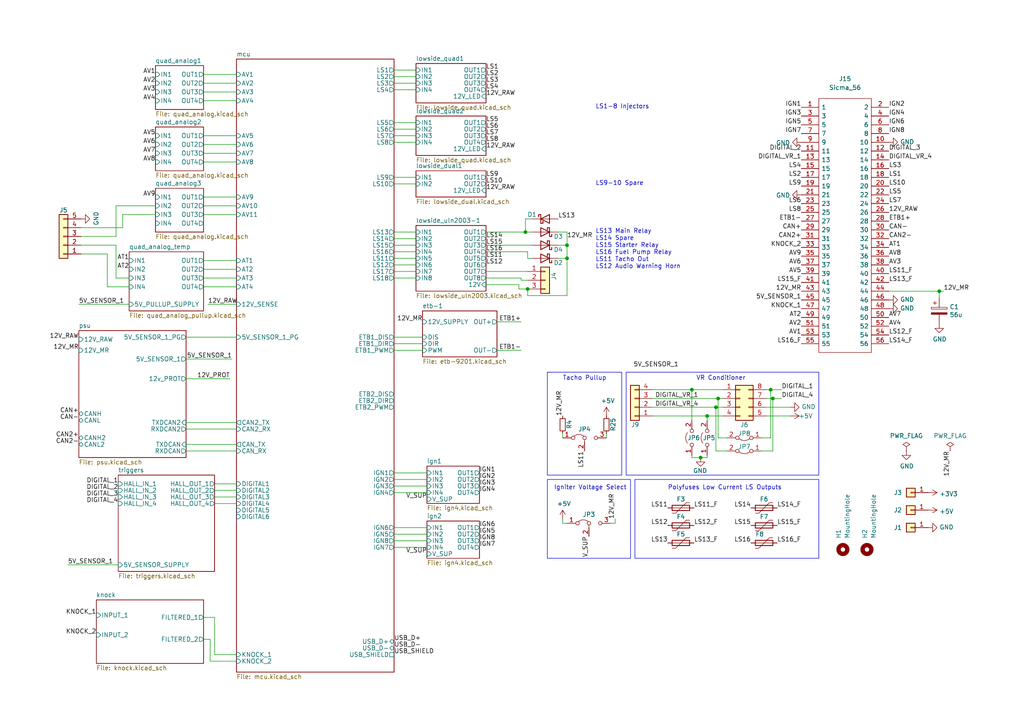
<source format=kicad_sch>
(kicad_sch (version 20230121) (generator eeschema)
  (paper "A4")
  (title_block (title "rusEfi Proteus") (date "2022-04-09") (rev "v0.7") (company "rusEFI") (comment 1 "github.com/mck1117/proteus") (comment 2 "rusefi.com/s/proteus"))
  (lib_symbols
    (symbol "Connector_Generic:Conn_01x01" (pin_names (offset 1.016) hide)
      (property "Reference" "J" (at 0 2.54 0))
      (property "Value" "Conn_01x01" (at 0 -2.54 0))
      (symbol "Conn_01x01_1_1"
        (rectangle (start -1.27 0.127) (end 0 -0.127) (stroke (width 0.1524)))
        (rectangle (start -1.27 1.27) (end 1.27 -1.27) (stroke (width 0.254)) (fill (type background)))
        (pin passive line (at -5.08 0 0) (length 3.81) (name "Pin_1") (number "1"))
      )
    )
    (symbol "Connector_Generic:Conn_01x03" (pin_names (offset 1.016) hide)
      (property "Reference" "J" (at 0 5.08 0))
      (property "Value" "Conn_01x03" (at 0 -5.08 0))
      (symbol "Conn_01x03_1_1"
        (rectangle (start -1.27 -2.413) (end 0 -2.667) (stroke (width 0.1524)))
        (rectangle (start -1.27 0.127) (end 0 -0.127) (stroke (width 0.1524)))
        (rectangle (start -1.27 2.667) (end 0 2.413) (stroke (width 0.1524)))
        (rectangle (start -1.27 3.81) (end 1.27 -3.81) (stroke (width 0.254)) (fill (type background)))
        (pin passive line (at -5.08 2.54 0) (length 3.81) (name "Pin_1") (number "1"))
        (pin passive line (at -5.08 0 0) (length 3.81) (name "Pin_2") (number "2"))
        (pin passive line (at -5.08 -2.54 0) (length 3.81) (name "Pin_3") (number "3"))
      )
    )
    (symbol "Connector_Generic:Conn_01x04" (pin_names (offset 1.016) hide)
      (property "Reference" "J" (at 0 5.08 0))
      (property "Value" "Conn_01x04" (at 0 -7.62 0))
      (symbol "Conn_01x04_1_1"
        (rectangle (start -1.27 -4.953) (end 0 -5.207) (stroke (width 0.1524)))
        (rectangle (start -1.27 -2.413) (end 0 -2.667) (stroke (width 0.1524)))
        (rectangle (start -1.27 0.127) (end 0 -0.127) (stroke (width 0.1524)))
        (rectangle (start -1.27 2.667) (end 0 2.413) (stroke (width 0.1524)))
        (rectangle (start -1.27 3.81) (end 1.27 -6.35) (stroke (width 0.254)) (fill (type background)))
        (pin passive line (at -5.08 2.54 0) (length 3.81) (name "Pin_1") (number "1"))
        (pin passive line (at -5.08 0 0) (length 3.81) (name "Pin_2") (number "2"))
        (pin passive line (at -5.08 -2.54 0) (length 3.81) (name "Pin_3") (number "3"))
        (pin passive line (at -5.08 -5.08 0) (length 3.81) (name "Pin_4") (number "4"))
      )
    )
    (symbol "Connector_Generic:Conn_01x05" (pin_names (offset 1.016) hide)
      (property "Reference" "J" (at 0 7.62 0))
      (property "Value" "Conn_01x05" (at 0 -7.62 0))
      (symbol "Conn_01x05_1_1"
        (rectangle (start -1.27 -4.953) (end 0 -5.207) (stroke (width 0.1524)))
        (rectangle (start -1.27 -2.413) (end 0 -2.667) (stroke (width 0.1524)))
        (rectangle (start -1.27 0.127) (end 0 -0.127) (stroke (width 0.1524)))
        (rectangle (start -1.27 2.667) (end 0 2.413) (stroke (width 0.1524)))
        (rectangle (start -1.27 5.207) (end 0 4.953) (stroke (width 0.1524)))
        (rectangle (start -1.27 6.35) (end 1.27 -6.35) (stroke (width 0.254)) (fill (type background)))
        (pin passive line (at -5.08 5.08 0) (length 3.81) (name "Pin_1") (number "1"))
        (pin passive line (at -5.08 2.54 0) (length 3.81) (name "Pin_2") (number "2"))
        (pin passive line (at -5.08 0 0) (length 3.81) (name "Pin_3") (number "3"))
        (pin passive line (at -5.08 -2.54 0) (length 3.81) (name "Pin_4") (number "4"))
        (pin passive line (at -5.08 -5.08 0) (length 3.81) (name "Pin_5") (number "5"))
      )
    )
    (symbol "Connector_Generic:Conn_02x04_Counter_Clockwise" (pin_names (offset 1.016) hide)
      (property "Reference" "J" (at 1.27 5.08 0))
      (property "Value" "Conn_02x04_Counter_Clockwise" (at 1.27 -7.62 0))
      (symbol "Conn_02x04_Counter_Clockwise_1_1"
        (rectangle (start -1.27 -4.953) (end 0 -5.207) (stroke (width 0.1524)))
        (rectangle (start -1.27 -2.413) (end 0 -2.667) (stroke (width 0.1524)))
        (rectangle (start -1.27 0.127) (end 0 -0.127) (stroke (width 0.1524)))
        (rectangle (start -1.27 2.667) (end 0 2.413) (stroke (width 0.1524)))
        (rectangle (start -1.27 3.81) (end 3.81 -6.35) (stroke (width 0.254)) (fill (type background)))
        (rectangle (start 3.81 -4.953) (end 2.54 -5.207) (stroke (width 0.1524)))
        (rectangle (start 3.81 -2.413) (end 2.54 -2.667) (stroke (width 0.1524)))
        (rectangle (start 3.81 0.127) (end 2.54 -0.127) (stroke (width 0.1524)))
        (rectangle (start 3.81 2.667) (end 2.54 2.413) (stroke (width 0.1524)))
        (pin passive line (at -5.08 2.54 0) (length 3.81) (name "Pin_1") (number "1"))
        (pin passive line (at -5.08 0 0) (length 3.81) (name "Pin_2") (number "2"))
        (pin passive line (at -5.08 -2.54 0) (length 3.81) (name "Pin_3") (number "3"))
        (pin passive line (at -5.08 -5.08 0) (length 3.81) (name "Pin_4") (number "4"))
        (pin passive line (at 7.62 -5.08 180) (length 3.81) (name "Pin_5") (number "5"))
        (pin passive line (at 7.62 -2.54 180) (length 3.81) (name "Pin_6") (number "6"))
        (pin passive line (at 7.62 0 180) (length 3.81) (name "Pin_7") (number "7"))
        (pin passive line (at 7.62 2.54 180) (length 3.81) (name "Pin_8") (number "8"))
      )
    )
    (symbol "Device:D_Schottky" (pin_numbers hide) (pin_names (offset 1.016) hide)
      (property "Reference" "D" (at 0 2.54 0))
      (property "Value" "D_Schottky" (at 0 -2.54 0))
      (symbol "D_Schottky_0_1"
        (polyline (pts (xy 1.27 0) (xy -1.27 0)))
        (polyline (pts (xy 1.27 1.27) (xy 1.27 -1.27) (xy -1.27 0) (xy 1.27 1.27)) (stroke (width 0.254)))
        (polyline (pts (xy -1.905 0.635) (xy -1.905 1.27) (xy -1.27 1.27) (xy -1.27 -1.27) (xy -0.635 -1.27) (xy -0.635 -0.635)) (stroke (width 0.254)))
      )
      (symbol "D_Schottky_1_1"
        (pin passive line (at -3.81 0 0) (length 2.54) (name "K") (number "1"))
        (pin passive line (at 3.81 0 180) (length 2.54) (name "A") (number "2"))
      )
    )
    (symbol "Device:Polyfuse" (pin_numbers hide) (pin_names (offset 0))
      (property "Reference" "F" (at -2.54 0 90))
      (property "Value" "Polyfuse" (at 2.54 0 90))
      (symbol "Polyfuse_0_1"
        (rectangle (start -0.762 2.54) (end 0.762 -2.54) (stroke (width 0.254)))
        (polyline (pts (xy 0 2.54) (xy 0 -2.54)))
        (polyline (pts (xy -1.524 2.54) (xy -1.524 1.524) (xy 1.524 -1.524) (xy 1.524 -2.54)))
      )
      (symbol "Polyfuse_1_1"
        (pin passive line (at 0 3.81 270) (length 1.27) (name "~") (number "1"))
        (pin passive line (at 0 -3.81 90) (length 1.27) (name "~") (number "2"))
      )
    )
    (symbol "Device:R_Small" (pin_numbers hide) (pin_names (offset 0.254) hide)
      (property "Reference" "R" (at 0.762 0.508 0))
      (property "Value" "R_Small" (at 0.762 -1.016 0))
      (symbol "R_Small_0_1"
        (rectangle (start -0.762 1.778) (end 0.762 -1.778) (stroke (width 0.2032)))
      )
      (symbol "R_Small_1_1"
        (pin passive line (at 0 2.54 270) (length 0.762) (name "~") (number "1"))
        (pin passive line (at 0 -2.54 90) (length 0.762) (name "~") (number "2"))
      )
    )
    (symbol "Jumper:Jumper_2_Bridged" (pin_names (offset 0) hide)
      (property "Reference" "JP" (at 0 1.905 0))
      (property "Value" "Jumper_2_Bridged" (at 0 -2.54 0))
      (symbol "Jumper_2_Bridged_0_0"
        (circle (center -2.032 0) (radius 0.508))
        (circle (center 2.032 0) (radius 0.508))
      )
      (symbol "Jumper_2_Bridged_0_1"
        (arc (start 1.524 0.254) (mid 0 0.762) (end -1.524 0.254))
      )
      (symbol "Jumper_2_Bridged_1_1"
        (pin passive line (at -5.08 0 0) (length 2.54) (name "A") (number "1"))
        (pin passive line (at 5.08 0 180) (length 2.54) (name "B") (number "2"))
      )
    )
    (symbol "Jumper:Jumper_2_Open" (pin_names (offset 0) hide)
      (property "Reference" "JP" (at 0 2.794 0))
      (property "Value" "Jumper_2_Open" (at 0 -2.286 0))
      (symbol "Jumper_2_Open_0_0"
        (circle (center -2.032 0) (radius 0.508))
        (circle (center 2.032 0) (radius 0.508))
      )
      (symbol "Jumper_2_Open_0_1"
        (arc (start 1.524 1.27) (mid 0 1.778) (end -1.524 1.27))
      )
      (symbol "Jumper_2_Open_1_1"
        (pin passive line (at -5.08 0 0) (length 2.54) (name "A") (number "1"))
        (pin passive line (at 5.08 0 180) (length 2.54) (name "B") (number "2"))
      )
    )
    (symbol "Jumper:Jumper_3_Bridged12" (pin_names (offset 0) hide)
      (property "Reference" "JP" (at -2.54 -2.54 0))
      (property "Value" "Jumper_3_Bridged12" (at 0 2.794 0))
      (symbol "Jumper_3_Bridged12_0_0"
        (circle (center -3.302 0) (radius 0.508))
        (circle (center 0 0) (radius 0.508))
        (circle (center 3.302 0) (radius 0.508))
      )
      (symbol "Jumper_3_Bridged12_0_1"
        (arc (start -0.254 0.508) (mid -1.651 0.9912) (end -3.048 0.508))
        (polyline (pts (xy 0 -1.27) (xy 0 -0.508)))
      )
      (symbol "Jumper_3_Bridged12_1_1"
        (pin passive line (at -6.35 0 0) (length 2.54) (name "A") (number "1"))
        (pin passive line (at 0 -3.81 90) (length 2.54) (name "C") (number "2"))
        (pin passive line (at 6.35 0 180) (length 2.54) (name "B") (number "3"))
      )
    )
    (symbol "Mechanical:MountingHole" (pin_names (offset 1.016))
      (property "Reference" "H" (at 0 5.08 0))
      (property "Value" "MountingHole" (at 0 3.175 0))
      (symbol "MountingHole_0_1"
        (circle (center 0 0) (radius 1.27) (stroke (width 1.27)))
      )
    )
    (symbol "connector:Sicma_56" (pin_names (offset 0.762))
      (property "Reference" "J" (at 21.59 7.62 0))
      (property "Value" "Sicma_56" (at 21.59 5.08 0))
      (symbol "Sicma_56_0_0"
        (pin bidirectional line (at 0 0 0) (length 5.08) (name "1") (number "1"))
        (pin bidirectional line (at 25.4 -10.16 180) (length 5.08) (name "10") (number "10"))
        (pin bidirectional line (at 0 -12.7 0) (length 5.08) (name "11") (number "11"))
        (pin bidirectional line (at 25.4 -12.7 180) (length 5.08) (name "12") (number "12"))
        (pin bidirectional line (at 0 -15.24 0) (length 5.08) (name "13") (number "13"))
        (pin bidirectional line (at 25.4 -15.24 180) (length 5.08) (name "14") (number "14"))
        (pin bidirectional line (at 0 -17.78 0) (length 5.08) (name "15") (number "15"))
        (pin bidirectional line (at 25.4 -17.78 180) (length 5.08) (name "16") (number "16"))
        (pin bidirectional line (at 0 -20.32 0) (length 5.08) (name "17") (number "17"))
        (pin bidirectional line (at 25.4 -20.32 180) (length 5.08) (name "18") (number "18"))
        (pin bidirectional line (at 0 -22.86 0) (length 5.08) (name "19") (number "19"))
        (pin bidirectional line (at 25.4 0 180) (length 5.08) (name "2") (number "2"))
        (pin bidirectional line (at 25.4 -22.86 180) (length 5.08) (name "20") (number "20"))
        (pin bidirectional line (at 0 -25.4 0) (length 5.08) (name "21") (number "21"))
        (pin bidirectional line (at 25.4 -25.4 180) (length 5.08) (name "22") (number "22"))
        (pin bidirectional line (at 0 -27.94 0) (length 5.08) (name "23") (number "23"))
        (pin bidirectional line (at 25.4 -27.94 180) (length 5.08) (name "24") (number "24"))
        (pin bidirectional line (at 0 -30.48 0) (length 5.08) (name "25") (number "25"))
        (pin bidirectional line (at 25.4 -30.48 180) (length 5.08) (name "26") (number "26"))
        (pin bidirectional line (at 0 -33.02 0) (length 5.08) (name "27") (number "27"))
        (pin bidirectional line (at 25.4 -33.02 180) (length 5.08) (name "28") (number "28"))
        (pin bidirectional line (at 0 -35.56 0) (length 5.08) (name "29") (number "29"))
        (pin bidirectional line (at 0 -2.54 0) (length 5.08) (name "3") (number "3"))
        (pin bidirectional line (at 25.4 -35.56 180) (length 5.08) (name "30") (number "30"))
        (pin bidirectional line (at 0 -38.1 0) (length 5.08) (name "31") (number "31"))
        (pin bidirectional line (at 25.4 -38.1 180) (length 5.08) (name "32") (number "32"))
        (pin bidirectional line (at 0 -40.64 0) (length 5.08) (name "33") (number "33"))
        (pin bidirectional line (at 25.4 -40.64 180) (length 5.08) (name "34") (number "34"))
        (pin bidirectional line (at 0 -43.18 0) (length 5.08) (name "35") (number "35"))
        (pin bidirectional line (at 25.4 -43.18 180) (length 5.08) (name "36") (number "36"))
        (pin bidirectional line (at 0 -45.72 0) (length 5.08) (name "37") (number "37"))
        (pin bidirectional line (at 25.4 -45.72 180) (length 5.08) (name "38") (number "38"))
        (pin bidirectional line (at 0 -48.26 0) (length 5.08) (name "39") (number "39"))
        (pin bidirectional line (at 25.4 -2.54 180) (length 5.08) (name "4") (number "4"))
        (pin bidirectional line (at 25.4 -48.26 180) (length 5.08) (name "40") (number "40"))
        (pin bidirectional line (at 0 -50.8 0) (length 5.08) (name "41") (number "41"))
        (pin bidirectional line (at 25.4 -50.8 180) (length 5.08) (name "42") (number "42"))
        (pin bidirectional line (at 0 -53.34 0) (length 5.08) (name "43") (number "43"))
        (pin bidirectional line (at 25.4 -53.34 180) (length 5.08) (name "44") (number "44"))
        (pin bidirectional line (at 0 -55.88 0) (length 5.08) (name "45") (number "45"))
        (pin bidirectional line (at 25.4 -55.88 180) (length 5.08) (name "46") (number "46"))
        (pin bidirectional line (at 0 -58.42 0) (length 5.08) (name "47") (number "47"))
        (pin bidirectional line (at 25.4 -58.42 180) (length 5.08) (name "48") (number "48"))
        (pin bidirectional line (at 0 -60.96 0) (length 5.08) (name "49") (number "49"))
        (pin bidirectional line (at 0 -5.08 0) (length 5.08) (name "5") (number "5"))
        (pin bidirectional line (at 25.4 -60.96 180) (length 5.08) (name "50") (number "50"))
        (pin bidirectional line (at 0 -63.5 0) (length 5.08) (name "51") (number "51"))
        (pin bidirectional line (at 25.4 -63.5 180) (length 5.08) (name "52") (number "52"))
        (pin bidirectional line (at 0 -66.04 0) (length 5.08) (name "53") (number "53"))
        (pin bidirectional line (at 25.4 -66.04 180) (length 5.08) (name "54") (number "54"))
        (pin bidirectional line (at 0 -68.58 0) (length 5.08) (name "55") (number "55"))
        (pin bidirectional line (at 25.4 -68.58 180) (length 5.08) (name "56") (number "56"))
        (pin bidirectional line (at 25.4 -5.08 180) (length 5.08) (name "6") (number "6"))
        (pin bidirectional line (at 0 -7.62 0) (length 5.08) (name "7") (number "7"))
        (pin bidirectional line (at 25.4 -7.62 180) (length 5.08) (name "8") (number "8"))
        (pin bidirectional line (at 0 -10.16 0) (length 5.08) (name "9") (number "9"))
      )
      (symbol "Sicma_56_0_1"
        (polyline (pts (xy 5.08 2.54) (xy 20.32 2.54) (xy 20.32 -71.12) (xy 5.08 -71.12) (xy 5.08 2.54)) (stroke (width 0.1524)))
      )
    )
    (symbol "power:+5V" (power) (pin_names (offset 0))
      (property "Value" "+5V" (at 0 3.556 0))
      (symbol "+5V_0_1"
        (polyline (pts (xy -0.762 1.27) (xy 0 2.54)))
        (polyline (pts (xy 0 0) (xy 0 2.54)))
        (polyline (pts (xy 0 2.54) (xy 0.762 1.27)))
      )
      (symbol "+5V_1_1"
        (pin power_in line (at 0 0 90) (length 0) hide (name "+5V") (number "1"))
      )
    )
    (symbol "power:GND" (power) (pin_names (offset 0))
      (property "Value" "GND" (at 0 -3.81 0))
      (symbol "GND_0_1"
        (polyline (pts (xy 0 0) (xy 0 -1.27) (xy 1.27 -1.27) (xy 0 -2.54) (xy -1.27 -1.27) (xy 0 -1.27)))
      )
      (symbol "GND_1_1"
        (pin power_in line (at 0 0 270) (length 0) hide (name "GND") (number "1"))
      )
    )
    (symbol "power:PWR_FLAG" (power) (pin_numbers hide) (pin_names (offset 0) hide)
      (property "Value" "PWR_FLAG" (at 0 3.81 0))
      (symbol "PWR_FLAG_0_0"
        (pin power_out line (at 0 0 90) (length 0) (name "pwr") (number "1"))
      )
      (symbol "PWR_FLAG_0_1"
        (polyline (pts (xy 0 0) (xy 0 1.27) (xy -1.016 1.905) (xy 0 2.54) (xy 1.016 1.905) (xy 0 1.27)))
      )
    )
    (symbol "proteus-rescue:+3.3V-power" (power) (pin_names (offset 0))
      (property "Value" "+3.3V-power" (at 0 3.556 0))
      (symbol "+3.3V-power_0_1"
        (polyline (pts (xy -0.762 1.27) (xy 0 2.54)))
        (polyline (pts (xy 0 0) (xy 0 2.54)))
        (polyline (pts (xy 0 2.54) (xy 0.762 1.27)))
      )
      (symbol "+3.3V-power_1_1"
        (pin power_in line (at 0 0 90) (length 0) hide (name "+3V3") (number "1"))
      )
    )
    (symbol "proteus-rescue:CP-Device" (pin_numbers hide) (pin_names (offset 0.254))
      (property "Reference" "C" (at 0.635 2.54 0))
      (property "Value" "CP-Device" (at 0.635 -2.54 0))
      (symbol "CP-Device_0_1"
        (rectangle (start -2.286 0.508) (end 2.286 1.016))
        (polyline (pts (xy -1.778 2.286) (xy -0.762 2.286)))
        (polyline (pts (xy -1.27 2.794) (xy -1.27 1.778)))
        (rectangle (start 2.286 -0.508) (end -2.286 -1.016) (fill (type outline)))
      )
      (symbol "CP-Device_1_1"
        (pin passive line (at 0 3.81 270) (length 2.794) (name "~") (number "1"))
        (pin passive line (at 0 -3.81 90) (length 2.794) (name "~") (number "2"))
      )
    )
  )
  (junction (at 164.465 71.12))
  (junction (at 200.66 113.03))
  (junction (at 272.415 84.455))
  (junction (at 203.2 132.715))
  (junction (at 205.105 120.65))
  (junction (at 224.155 115.57))
  (junction (at 153.035 83.82))
  (junction (at 223.52 113.03))
  (junction (at 207.645 118.11))
  (junction (at 152.4 67.31))
  (junction (at 164.465 74.93))
  (junction (at 208.28 115.57))
  (wire (pts (xy 153.035 74.93) (xy 154.305 74.93)))
  (wire (pts (xy 224.155 130.81) (xy 220.98 130.81)))
  (wire (pts (xy 120.65 69.215) (xy 114.3 69.215)))
  (wire (pts (xy 209.55 120.65) (xy 205.105 120.65)))
  (wire (pts (xy 178.435 151.765) (xy 178.435 150.495)))
  (wire (pts (xy 152.4 67.31) (xy 154.305 67.31)))
  (wire (pts (xy 164.465 67.31) (xy 164.465 71.12)))
  (wire (pts (xy 114.3 24.13) (xy 120.65 24.13)))
  (wire (pts (xy 229.235 118.11) (xy 222.25 118.11)))
  (wire (pts (xy 205.105 132.08) (xy 205.105 132.715)))
  (wire (pts (xy 114.3 37.465) (xy 120.65 37.465)))
  (wire (pts (xy 59.055 57.15) (xy 68.58 57.15)))
  (wire (pts (xy 114.3 39.37) (xy 120.65 39.37)))
  (wire (pts (xy 272.415 86.36) (xy 272.415 84.455)))
  (wire (pts (xy 120.65 22.225) (xy 114.3 22.225)))
  (wire (pts (xy 31.115 73.66) (xy 23.495 73.66)))
  (wire (pts (xy 154.305 63.5) (xy 152.4 63.5)))
  (wire (pts (xy 62.23 189.865) (xy 68.58 189.865)))
  (wire (pts (xy 33.655 71.12) (xy 33.655 80.645)))
  (wire (pts (xy 59.055 26.67) (xy 68.58 26.67)))
  (wire (pts (xy 150.495 83.82) (xy 153.035 83.82)))
  (wire (pts (xy 200.66 132.08) (xy 200.66 132.715)))
  (wire (pts (xy 123.825 140.97) (xy 114.3 140.97)))
  (wire (pts (xy 189.23 118.11) (xy 207.645 118.11)))
  (wire (pts (xy 62.23 144.145) (xy 68.58 144.145)))
  (wire (pts (xy 151.13 101.6) (xy 144.145 101.6)))
  (wire (pts (xy 120.65 53.34) (xy 114.3 53.34)))
  (wire (pts (xy 62.23 140.335) (xy 68.58 140.335)))
  (wire (pts (xy 151.13 81.28) (xy 153.035 81.28)))
  (wire (pts (xy 114.3 67.31) (xy 120.65 67.31)))
  (wire (pts (xy 60.325 88.265) (xy 68.58 88.265)))
  (wire (pts (xy 200.66 113.03) (xy 209.55 113.03)))
  (wire (pts (xy 31.115 83.185) (xy 31.115 73.66)))
  (wire (pts (xy 114.3 78.74) (xy 120.65 78.74)))
  (wire (pts (xy 114.3 76.835) (xy 120.65 76.835)))
  (wire (pts (xy 68.58 142.24) (xy 62.23 142.24)))
  (wire (pts (xy 120.65 73.025) (xy 114.3 73.025)))
  (wire (pts (xy 53.975 124.46) (xy 68.58 124.46)))
  (wire (pts (xy 257.81 84.455) (xy 272.415 84.455)))
  (wire (pts (xy 45.085 59.69) (xy 33.655 59.69)))
  (wire (pts (xy 140.97 67.31) (xy 152.4 67.31)))
  (wire (pts (xy 68.58 130.81) (xy 53.975 130.81)))
  (wire (pts (xy 163.195 151.765) (xy 164.465 151.765)))
  (wire (pts (xy 59.055 62.23) (xy 68.58 62.23)))
  (wire (pts (xy 23.495 68.58) (xy 33.655 68.58)))
  (wire (pts (xy 59.055 179.07) (xy 62.23 179.07)))
  (wire (pts (xy 59.055 39.37) (xy 68.58 39.37)))
  (wire (pts (xy 114.3 137.16) (xy 123.825 137.16)))
  (wire (pts (xy 114.3 99.695) (xy 122.555 99.695)))
  (wire (pts (xy 62.23 179.07) (xy 62.23 189.865)))
  (wire (pts (xy 224.155 115.57) (xy 222.25 115.57)))
  (wire (pts (xy 68.58 24.13) (xy 59.055 24.13)))
  (wire (pts (xy 208.28 115.57) (xy 209.55 115.57)))
  (wire (pts (xy 68.58 41.91) (xy 59.055 41.91)))
  (wire (pts (xy 152.4 63.5) (xy 152.4 67.31)))
  (wire (pts (xy 210.82 130.81) (xy 207.645 130.81)))
  (wire (pts (xy 150.495 82.55) (xy 150.495 83.82)))
  (wire (pts (xy 68.58 146.05) (xy 62.23 146.05)))
  (wire (pts (xy 35.56 62.23) (xy 45.085 62.23)))
  (wire (pts (xy 140.97 78.74) (xy 153.035 78.74)))
  (wire (pts (xy 114.3 156.845) (xy 123.825 156.845)))
  (wire (pts (xy 151.13 80.645) (xy 151.13 81.28)))
  (wire (pts (xy 60.96 185.42) (xy 60.96 191.77)))
  (wire (pts (xy 23.495 71.12) (xy 33.655 71.12)))
  (wire (pts (xy 144.145 93.345) (xy 151.13 93.345)))
  (wire (pts (xy 205.105 132.715) (xy 203.2 132.715)))
  (wire (pts (xy 68.58 29.21) (xy 59.055 29.21)))
  (wire (pts (xy 163.195 125.73) (xy 163.195 127)))
  (wire (pts (xy 123.825 142.875) (xy 114.3 142.875)))
  (wire (pts (xy 140.97 73.025) (xy 153.035 73.025)))
  (wire (pts (xy 163.195 150.495) (xy 163.195 151.765)))
  (wire (pts (xy 226.695 113.03) (xy 223.52 113.03)))
  (wire (pts (xy 120.65 26.035) (xy 114.3 26.035)))
  (wire (pts (xy 114.3 71.12) (xy 120.65 71.12)))
  (wire (pts (xy 189.23 113.03) (xy 200.66 113.03)))
  (wire (pts (xy 59.055 21.59) (xy 68.58 21.59)))
  (wire (pts (xy 53.975 109.855) (xy 66.675 109.855)))
  (wire (pts (xy 177.165 151.765) (xy 178.435 151.765)))
  (wire (pts (xy 114.3 101.6) (xy 122.555 101.6)))
  (wire (pts (xy 272.415 84.455) (xy 273.685 84.455)))
  (wire (pts (xy 223.52 113.03) (xy 223.52 127)))
  (wire (pts (xy 37.465 80.645) (xy 33.655 80.645)))
  (wire (pts (xy 33.655 68.58) (xy 33.655 59.69)))
  (wire (pts (xy 114.3 20.32) (xy 120.65 20.32)))
  (wire (pts (xy 140.97 80.645) (xy 151.13 80.645)))
  (wire (pts (xy 161.925 74.93) (xy 164.465 74.93)))
  (wire (pts (xy 200.66 113.03) (xy 200.66 121.92)))
  (wire (pts (xy 59.055 59.69) (xy 68.58 59.69)))
  (wire (pts (xy 23.495 66.04) (xy 35.56 66.04)))
  (wire (pts (xy 114.3 139.065) (xy 123.825 139.065)))
  (wire (pts (xy 229.235 120.65) (xy 222.25 120.65)))
  (wire (pts (xy 19.685 163.83) (xy 34.29 163.83)))
  (wire (pts (xy 53.975 104.14) (xy 67.31 104.14)))
  (wire (pts (xy 207.645 118.11) (xy 209.55 118.11)))
  (wire (pts (xy 114.3 80.645) (xy 120.65 80.645)))
  (wire (pts (xy 189.23 115.57) (xy 208.28 115.57)))
  (wire (pts (xy 114.3 51.435) (xy 120.65 51.435)))
  (wire (pts (xy 161.925 71.12) (xy 164.465 71.12)))
  (wire (pts (xy 153.035 73.025) (xy 153.035 74.93)))
  (wire (pts (xy 59.055 80.645) (xy 68.58 80.645)))
  (wire (pts (xy 164.465 71.12) (xy 164.465 74.93)))
  (wire (pts (xy 175.895 125.73) (xy 175.895 127)))
  (wire (pts (xy 68.58 78.105) (xy 59.055 78.105)))
  (wire (pts (xy 120.65 41.275) (xy 114.3 41.275)))
  (wire (pts (xy 223.52 113.03) (xy 222.25 113.03)))
  (wire (pts (xy 53.975 128.905) (xy 68.58 128.905)))
  (wire (pts (xy 53.975 122.555) (xy 68.58 122.555)))
  (wire (pts (xy 140.97 71.12) (xy 154.305 71.12)))
  (wire (pts (xy 123.825 158.75) (xy 114.3 158.75)))
  (wire (pts (xy 189.23 120.65) (xy 205.105 120.65)))
  (wire (pts (xy 205.105 120.65) (xy 205.105 121.92)))
  (wire (pts (xy 123.825 154.94) (xy 114.3 154.94)))
  (wire (pts (xy 153.035 85.725) (xy 164.465 85.725)))
  (wire (pts (xy 59.055 83.185) (xy 68.58 83.185)))
  (wire (pts (xy 140.97 82.55) (xy 150.495 82.55)))
  (wire (pts (xy 53.975 97.79) (xy 68.58 97.79)))
  (wire (pts (xy 59.055 75.565) (xy 68.58 75.565)))
  (wire (pts (xy 224.155 115.57) (xy 224.155 130.81)))
  (wire (pts (xy 220.98 127) (xy 223.52 127)))
  (wire (pts (xy 208.28 127) (xy 210.82 127)))
  (wire (pts (xy 226.695 115.57) (xy 224.155 115.57)))
  (wire (pts (xy 35.56 66.04) (xy 35.56 62.23)))
  (wire (pts (xy 68.58 46.99) (xy 59.055 46.99)))
  (wire (pts (xy 114.3 153.035) (xy 123.825 153.035)))
  (wire (pts (xy 114.3 74.93) (xy 120.65 74.93)))
  (wire (pts (xy 164.465 74.93) (xy 164.465 85.725)))
  (wire (pts (xy 22.86 88.265) (xy 37.465 88.265)))
  (wire (pts (xy 31.115 83.185) (xy 37.465 83.185)))
  (wire (pts (xy 164.465 67.31) (xy 161.925 67.31)))
  (wire (pts (xy 207.645 130.81) (xy 207.645 118.11)))
  (wire (pts (xy 60.96 191.77) (xy 68.58 191.77)))
  (wire (pts (xy 59.055 44.45) (xy 68.58 44.45)))
  (wire (pts (xy 59.055 185.42) (xy 60.96 185.42)))
  (wire (pts (xy 153.035 83.82) (xy 153.035 85.725)))
  (wire (pts (xy 208.28 115.57) (xy 208.28 127)))
  (wire (pts (xy 200.66 132.715) (xy 203.2 132.715)))
  (wire (pts (xy 114.3 35.56) (xy 120.65 35.56)))
  (wire (pts (xy 114.3 97.79) (xy 122.555 97.79)))
  (rectangle (start 158.75 107.95) (end 180.34 137.795))
  (rectangle (start 158.75 139.065) (end 182.88 161.925))
  (rectangle (start 181.61 107.95) (end 237.49 137.795))
  (rectangle (start 184.15 139.065) (end 237.49 161.925))
  (text "LS9-10 Spare" (at 172.72 53.975 0) (effects (font (size 1.27 1.27)) (justify left bottom)))
  (text "LS1-8 Injectors" (at 172.72 31.75 0) (effects (font (size 1.27 1.27)) (justify left bottom)))
  (text "Igniter Voltage Select" (at 160.655 142.24 0) (effects (font (size 1.27 1.27)) (justify left bottom)))
  (text "VR Conditioner" (at 201.93 110.49 0) (effects (font (size 1.27 1.27)) (justify left bottom)))
  (text "Tacho Pullup" (at 163.195 110.49 0) (effects (font (size 1.27 1.27)) (justify left bottom)))
  (text "Polyfuses Low Current LS Outputs" (at 193.675 142.24 0) (effects (font (size 1.27 1.27)) (justify left bottom)))
  (text "LS13 Main Relay\nLS14 Spare\nLS15 Starter Relay\nLS16 Fuel Pump Relay\nLS11 Tacho Out\nLS12 Audio Warning Horn" (at 172.72 78.105 0) (effects (font (size 1.27 1.27)) (justify left bottom)))
  (label "AV2" (at 232.41 94.615 180))
  (label "IGN7" (at 232.41 38.735 180))
  (label "DIGITAL_1" (at 34.29 140.335 180))
  (label "12V_MR" (at 164.465 69.215 0))
  (label "DIGITAL_VR_4" (at 257.81 46.355 0))
  (label "LS9" (at 232.41 53.975 180))
  (label "AV7" (at 45.085 44.45 180))
  (label "LS6" (at 140.97 37.465 0))
  (label "LS12_F" (at 201.295 152.4 0))
  (label "LS8" (at 140.97 41.275 0))
  (label "IGN3" (at 232.41 33.655 180))
  (label "LS4" (at 140.97 26.035 0))
  (label "CAN2+" (at 232.41 69.215 180))
  (label "ETB1-" (at 232.41 64.135 180))
  (label "LS13" (at 193.675 157.48 180))
  (label "DIGITAL_3" (at 257.81 43.815 0))
  (label "KNOCK_1" (at 27.94 178.435 180))
  (label "CAN2-" (at 22.86 128.905 180))
  (label "USB_D-" (at 114.3 187.96 0))
  (label "LS12" (at 193.675 152.4 180))
  (label "12V_PROT" (at 66.675 109.855 180))
  (label "12V_MR" (at 22.86 101.6 180))
  (label "DIGITAL_2" (at 34.29 142.24 180))
  (label "AT1" (at 37.465 75.565 180))
  (label "DIGITAL_3" (at 34.29 144.145 180))
  (label "LS5" (at 257.81 56.515 0))
  (label "IGN1" (at 232.41 31.115 180))
  (label "12V_MR" (at 178.435 150.495 90))
  (label "KNOCK_2" (at 27.94 184.15 180))
  (label "IGN6" (at 257.81 36.195 0))
  (label "IGN4" (at 257.81 33.655 0))
  (label "LS11" (at 193.675 147.32 180))
  (label "5V_SENSOR_1" (at 67.31 104.14 180))
  (label "LS12_F" (at 257.81 97.155 0))
  (label "LS14_F" (at 257.81 99.695 0))
  (label "LS11_F" (at 201.295 147.32 0))
  (label "LS1" (at 257.81 51.435 0))
  (label "AV4" (at 257.81 94.615 0))
  (label "DIGITAL_4" (at 34.29 146.05 180))
  (label "AV2" (at 45.085 24.13 180))
  (label "IGN8" (at 257.81 38.735 0))
  (label "12V_MR" (at 275.59 130.81 270))
  (label "AV8" (at 257.81 74.295 0))
  (label "12V_RAW" (at 257.81 61.595 0))
  (label "CAN-" (at 22.86 121.92 180))
  (label "DIGITAL_2" (at 232.41 43.815 180))
  (label "AV6" (at 232.41 76.835 180))
  (label "LS10" (at 257.81 53.975 0))
  (label "CAN+" (at 232.41 66.675 180))
  (label "LS7" (at 140.97 39.37 0))
  (label "ETB1-" (at 151.13 101.6 180))
  (label "AV9" (at 232.41 74.295 180))
  (label "LS4" (at 232.41 48.895 180))
  (label "AT2" (at 232.41 92.075 180))
  (label "DIGITAL_4" (at 226.695 115.57 0))
  (label "12V_RAW" (at 22.86 98.425 180))
  (label "IGN1" (at 139.065 137.16 0))
  (label "LS2" (at 140.97 22.225 0))
  (label "12V_MR" (at 232.41 84.455 180))
  (label "AV6" (at 45.085 41.91 180))
  (label "AV3" (at 45.085 26.67 180))
  (label "AV7" (at 257.81 92.075 0))
  (label "AV8" (at 45.085 46.99 180))
  (label "AV3" (at 257.81 76.835 0))
  (label "IGN8" (at 139.065 156.845 0))
  (label "LS14" (at 217.805 147.32 180))
  (label "LS6" (at 232.41 59.055 180))
  (label "LS5" (at 140.97 35.56 0))
  (label "IGN3" (at 139.065 140.97 0))
  (label "LS7" (at 257.81 59.055 0))
  (label "5V_SENSOR_1" (at 22.86 88.265 0))
  (label "LS8" (at 232.41 61.595 180))
  (label "CAN+" (at 22.86 120.015 180))
  (label "12V_RAW" (at 140.97 55.245 0))
  (label "12V_MR" (at 163.195 120.65 90))
  (label "LS11" (at 169.545 130.81 270))
  (label "LS11_F" (at 257.81 79.375 0))
  (label "CAN2+" (at 22.86 127 180))
  (label "LS15" (at 217.805 152.4 180))
  (label "V_SUP" (at 123.825 144.78 180))
  (label "IGN2" (at 257.81 31.115 0))
  (label "AV5" (at 45.085 39.37 180))
  (label "5V_SENSOR_1" (at 232.41 86.995 180))
  (label "LS14_F" (at 225.425 147.32 0))
  (label "LS13_F" (at 257.81 81.915 0))
  (label "V_SUP" (at 123.825 160.655 180))
  (label "LS15_F" (at 225.425 152.4 0))
  (label "LS10" (at 140.97 53.34 0))
  (label "AV5" (at 232.41 79.375 180))
  (label "ETB1+" (at 257.81 64.135 0))
  (label "LS12" (at 140.97 76.835 0))
  (label "LS16_F" (at 225.425 157.48 0))
  (label "LS9" (at 140.97 51.435 0))
  (label "KNOCK_2" (at 232.41 71.755 180))
  (label "LS13_F" (at 201.295 157.48 0))
  (label "LS3" (at 257.81 48.895 0))
  (label "KNOCK_1" (at 232.41 89.535 180))
  (label "5V_SENSOR_1" (at 19.685 163.83 0))
  (label "LS2" (at 232.41 51.435 180))
  (label "ETB1+" (at 151.13 93.345 180))
  (label "LS15_F" (at 232.41 81.915 180))
  (label "DIGITAL_VR_1" (at 232.41 46.355 180))
  (label "LS16" (at 217.805 157.48 180))
  (label "DIGITAL_VR_1" (at 202.565 115.57 180))
  (label "IGN4" (at 139.065 142.875 0))
  (label "USB_SHIELD" (at 114.3 189.865 0))
  (label "DIGITAL_VR_4" (at 202.565 118.11 180))
  (label "IGN6" (at 139.065 153.035 0))
  (label "12V_MR" (at 122.555 93.345 180))
  (label "DIGITAL_1" (at 226.695 113.03 0))
  (label "V_SUP" (at 170.815 155.575 270))
  (label "IGN5" (at 232.41 36.195 180))
  (label "LS13" (at 161.925 63.5 0))
  (label "AT1" (at 257.81 71.755 0))
  (label "12V_RAW" (at 140.97 43.18 0))
  (label "LS14" (at 140.97 69.215 0))
  (label "LS11" (at 140.97 74.93 0))
  (label "AV9" (at 45.085 57.15 180))
  (label "12V_RAW" (at 140.97 27.94 0))
  (label "AT2" (at 37.465 78.105 180))
  (label "5V_SENSOR_1" (at 196.85 106.68 180))
  (label "LS15" (at 140.97 71.12 0))
  (label "CAN-" (at 257.81 66.675 0))
  (label "12V_RAW" (at 60.325 88.265 0))
  (label "LS16_F" (at 232.41 99.695 180))
  (label "AV1" (at 45.085 21.59 180))
  (label "LS3" (at 140.97 24.13 0))
  (label "AV1" (at 232.41 97.155 180))
  (label "IGN2" (at 139.065 139.065 0))
  (label "CAN2-" (at 257.81 69.215 0))
  (label "LS1" (at 140.97 20.32 0))
  (label "12V_MR" (at 273.685 84.455 0))
  (label "IGN5" (at 139.065 154.94 0))
  (label "IGN7" (at 139.065 158.75 0))
  (label "LS16" (at 140.97 73.025 0))
  (label "USB_D+" (at 114.3 186.055 0))
  (label "AV4" (at 45.085 29.21 180))
  (symbol (lib_id "power:GND") (at 232.41 56.515 270) (unit 1)
    (property "Reference" "#PWR06" (effects hide))
    (property "Value" "GND" (at 229.1588 56.642 90) (effects (justify right)))
  )
  (symbol (lib_id "Connector_Generic:Conn_01x01") (at 264.16 153.035 180) (unit 1)
    (property "Reference" "J1" (at 261.62 153.035 0) (effects (justify left)))
    (property "Value" "Conn_01x01" (effects hide))
    (property "Footprint" "TestPoint:TestPoint_Pad_D3.0mm" (effects hide))
    (property "LCSC" "N/A" (effects hide))
  )
  (symbol (lib_id "Connector_Generic:Conn_01x01") (at 264.16 147.955 180) (unit 1)
    (property "Reference" "J2" (at 261.62 147.955 0) (effects (justify left)))
    (property "Value" "Conn_01x01" (effects hide))
    (property "Footprint" "TestPoint:TestPoint_Pad_D3.0mm" (effects hide))
    (property "LCSC" "N/A" (effects hide))
  )
  (symbol (lib_id "Connector_Generic:Conn_01x01") (at 264.16 142.875 180) (unit 1)
    (property "Reference" "J3" (at 261.62 142.875 0) (effects (justify left)))
    (property "Value" "Conn_01x01" (effects hide))
    (property "Footprint" "TestPoint:TestPoint_Pad_D3.0mm" (effects hide))
    (property "LCSC" "N/A" (effects hide))
  )
  (symbol (lib_id "power:GND") (at 269.24 153.035 90) (unit 1)
    (property "Reference" "#PWR01" (effects hide))
    (property "Value" "GND" (at 272.4912 152.908 90) (effects (justify right)))
  )
  (symbol (lib_id "proteus-rescue:+3.3V-power") (at 269.24 142.875 270) (unit 1)
    (property "Reference" "#PWR03" (effects hide))
    (property "Value" "+3.3V" (at 272.4912 143.256 90) (effects (justify left)))
  )
  (symbol (lib_id "power:+5V") (at 269.24 147.955 270) (unit 1)
    (property "Reference" "#PWR02" (effects hide))
    (property "Value" "+5V" (at 272.4912 148.336 90) (effects (justify left)))
  )
  (symbol (lib_id "power:PWR_FLAG") (at 275.59 130.81 0) (unit 1)
    (property "Reference" "#FLG02" (effects hide))
    (property "Value" "PWR_FLAG" (at 275.59 126.4158 0))
  )
  (symbol (lib_id "power:GND") (at 262.89 130.81 0) (unit 1)
    (property "Reference" "#PWR07" (effects hide))
    (property "Value" "GND" (at 263.017 135.2042 0))
  )
  (symbol (lib_id "power:PWR_FLAG") (at 262.89 130.81 0) (unit 1)
    (property "Reference" "#FLG01" (effects hide))
    (property "Value" "PWR_FLAG" (at 262.89 126.4158 0))
  )
  (symbol (lib_id "power:GND") (at 257.81 41.275 90) (unit 1)
    (property "Reference" "#PWR010" (effects hide))
    (property "Value" "GND" (at 261.0612 41.148 90) (effects (justify right)))
  )
  (symbol (lib_id "Device:D_Schottky") (at 158.115 74.93 180) (unit 1)
    (property "Reference" "D2" (at 161.925 76.2 0))
    (property "Value" "D_Schottky" (effects hide))
    (property "Footprint" "Diode_SMD:D_SMA" (effects hide))
    (property "LCSC" "C8678" (effects hide))
    (property "LCSC_ext" "0" (effects hide))
  )
  (symbol (lib_id "Device:D_Schottky") (at 158.115 71.12 180) (unit 1)
    (property "Reference" "D4" (at 161.925 72.39 0))
    (property "Value" "D_Schottky" (effects hide))
    (property "Footprint" "Diode_SMD:D_SMA" (effects hide))
    (property "LCSC" "C8678" (effects hide))
    (property "LCSC_ext" "0" (effects hide))
  )
  (symbol (lib_id "Device:D_Schottky") (at 158.115 67.31 180) (unit 1)
    (property "Reference" "D3" (at 161.925 68.58 0))
    (property "Value" "D_Schottky" (effects hide))
    (property "Footprint" "Diode_SMD:D_SMA" (effects hide))
    (property "LCSC" "C8678" (effects hide))
    (property "LCSC_ext" "0" (effects hide))
  )
  (symbol (lib_id "proteus-rescue:CP-Device") (at 272.415 90.17 0) (unit 1)
    (property "Reference" "C1" (at 275.4122 89.0016 0) (effects (justify left)))
    (property "Value" "56u" (at 275.4122 91.313 0) (effects (justify left)))
    (property "Footprint" "Capacitor_THT:CP_Radial_D8.0mm_P3.50mm" (effects hide))
    (property "LCSC" "C106564" (effects hide))
    (property "PN" "EEH-AZF1H560B" (effects hide))
  )
  (symbol (lib_id "power:GND") (at 272.415 93.98 0) (unit 1)
    (property "Reference" "#PWR013" (effects hide))
    (property "Value" "GND" (at 272.542 98.3742 0))
  )
  (symbol (lib_id "power:GND") (at 232.41 41.275 270) (unit 1)
    (property "Reference" "#PWR012" (effects hide))
    (property "Value" "GND" (at 229.1588 41.402 90) (effects (justify right)))
  )
  (symbol (lib_id "power:+5V") (at 163.195 150.495 0) (unit 1)
    (property "Reference" "#PWR08" (effects hide))
    (property "Value" "+5V" (at 163.576 146.1008 0))
  )
  (symbol (lib_id "power:GND") (at 203.2 132.715 0) (unit 1)
    (property "Reference" "#PWR086" (effects hide))
    (property "Value" "GND" (at 205.105 136.525 0) (effects (justify right)))
  )
  (symbol (lib_id "power:GND") (at 23.495 63.5 90) (unit 1)
    (property "Reference" "#PWR011" (effects hide))
    (property "Value" "GND" (at 27.8892 63.373 0))
  )
  (symbol (lib_id "Connector_Generic:Conn_02x04_Counter_Clockwise") (at 214.63 115.57 0) (unit 1)
    (property "Reference" "J6" (at 215.9 123.19 0))
    (property "Value" "Conn_02x04_Counter_Clockwise" (effects hide))
    (property "Footprint" "Package_DIP:DIP-8_W7.62mm" (effects hide))
  )
  (symbol (lib_id "Device:R_Small") (at 175.895 123.19 0) (unit 1)
    (property "Reference" "R25" (at 177.8 125.095 90) (effects (justify left)))
    (property "Value" "R_Small" (effects hide))
    (property "Footprint" "Resistor_SMD:R_0805_2012Metric" (effects hide))
  )
  (symbol (lib_id "Mechanical:MountingHole") (at 251.46 159.385 90) (unit 1)
    (property "Reference" "H2" (at 250.825 156.21 0) (effects (justify left)))
    (property "Value" "MountingHole" (at 253.365 156.21 0) (effects (justify left)))
    (property "Footprint" "MountingHole:MountingHole_4mm_Pad_Via" (effects hide))
  )
  (symbol (lib_id "power:GND") (at 257.81 86.995 90) (unit 1)
    (property "Reference" "#PWR05" (effects hide))
    (property "Value" "GND" (at 261.0612 86.868 90) (effects (justify right)))
  )
  (symbol (lib_id "power:+5V") (at 229.235 120.65 270) (unit 1)
    (property "Reference" "#PWR082" (effects hide))
    (property "Value" "+5V" (at 233.68 120.65 90))
  )
  (symbol (lib_id "Connector_Generic:Conn_01x03") (at 158.115 81.28 0) (unit 1)
    (property "Reference" "J4" (at 160.655 81.28 90) (effects (justify left)))
    (property "Value" "Conn_01x03" (effects hide))
    (property "Footprint" "Connector_PinHeader_2.54mm:PinHeader_1x03_P2.54mm_Vertical" (effects hide))
  )
  (symbol (lib_id "Device:Polyfuse") (at 221.615 157.48 90) (unit 1)
    (property "Reference" "F8" (at 220.345 154.94 90))
    (property "Value" "Polyfuse" (effects hide))
    (property "Footprint" "Resistor_SMD:R_1206_3216Metric" (effects hide))
    (property "PN" "1206L012WR" (effects hide))
    (property "LCSC" "C207035" (effects hide))
    (property "LCSC_ext" "1" (effects hide))
  )
  (symbol (lib_id "Device:Polyfuse") (at 197.485 157.48 90) (unit 1)
    (property "Reference" "F5" (at 197.485 154.94 90))
    (property "Value" "Polyfuse" (effects hide))
    (property "Footprint" "Resistor_SMD:R_1206_3216Metric" (effects hide))
    (property "PN" "1206L012WR" (effects hide))
    (property "LCSC" "C207035" (effects hide))
    (property "LCSC_ext" "1" (effects hide))
  )
  (symbol (lib_id "Device:D_Schottky") (at 158.115 63.5 0) (unit 1)
    (property "Reference" "D1" (at 154.305 62.23 0))
    (property "Value" "D_Schottky" (effects hide))
    (property "Footprint" "Diode_SMD:D_SMA" (effects hide))
    (property "LCSC" "C8678" (effects hide))
    (property "LCSC_ext" "0" (effects hide))
  )
  (symbol (lib_id "Jumper:Jumper_3_Bridged12") (at 170.815 151.765 0) (unit 1)
    (property "Reference" "JP3" (at 170.815 149.225 0))
    (property "Value" "Jumper_3_Bridged12" (effects hide))
    (property "Footprint" "Jumper:SolderJumper-3_P1.3mm_Bridged12_RoundedPad1.0x1.5mm" (effects hide))
  )
  (symbol (lib_id "Device:Polyfuse") (at 197.485 152.4 90) (unit 1)
    (property "Reference" "F4" (at 197.485 149.86 90))
    (property "Value" "Polyfuse" (effects hide))
    (property "Footprint" "Resistor_SMD:R_1206_3216Metric" (effects hide))
    (property "PN" "1206L012WR" (effects hide))
    (property "LCSC" "C207035" (effects hide))
    (property "LCSC_ext" "1" (effects hide))
  )
  (symbol (lib_id "Mechanical:MountingHole") (at 244.475 159.385 90) (unit 1)
    (property "Reference" "H1" (at 243.2049 156.21 0) (effects (justify left)))
    (property "Value" "MountingHole" (at 245.7449 156.21 0) (effects (justify left)))
    (property "Footprint" "MountingHole:MountingHole_4mm_Pad_Via" (effects hide))
  )
  (symbol (lib_id "Jumper:Jumper_2_Open") (at 200.66 127 90) (unit 1)
    (property "Reference" "JP6" (at 199.39 127 90) (effects (justify right)))
    (property "Value" "Jumper_2_Bridged" (effects hide))
    (property "Footprint" "Jumper:SolderJumper-2_P1.3mm_Open_RoundedPad1.0x1.5mm" (effects hide))
  )
  (symbol (lib_id "Jumper:Jumper_2_Bridged") (at 215.9 127 180) (unit 1)
    (property "Reference" "JP8" (at 215.9 125.73 0))
    (property "Value" "Jumper_2_Bridged" (effects hide))
    (property "Footprint" "Jumper:SolderJumper-2_P1.3mm_Bridged_RoundedPad1.0x1.5mm" (effects hide))
  )
  (symbol (lib_id "Connector_Generic:Conn_01x05") (at 18.415 68.58 180) (unit 1)
    (property "Reference" "J5" (at 18.415 60.96 0))
    (property "Value" "Conn_01x05" (effects hide))
    (property "Footprint" "Connector_PinHeader_2.54mm:PinHeader_1x05_P2.54mm_Vertical" (effects hide))
  )
  (symbol (lib_id "Jumper:Jumper_2_Bridged") (at 215.9 130.81 180) (unit 1)
    (property "Reference" "JP7" (at 215.9 129.54 0))
    (property "Value" "Jumper_2_Bridged" (effects hide))
    (property "Footprint" "Jumper:SolderJumper-2_P1.3mm_Bridged_RoundedPad1.0x1.5mm" (effects hide))
  )
  (symbol (lib_id "connector:Sicma_56") (at 232.41 31.115 0) (unit 1)
    (property "Reference" "J15" (at 245.11 22.86 0))
    (property "Value" "Sicma_56" (at 245.11 25.4 0))
    (property "Footprint" "Sicma_56" (effects hide))
    (property "Datasheet" "https://docs.rs-online.com/68a2/0900766b80d7938d.pdf" (effects hide))
    (property "Manufacturer_Name" "FCI" (effects hide))
    (property "Manufacturer_Part_Number" "211PL562L0011" (effects hide))
  )
  (symbol (lib_id "power:GND") (at 229.235 118.11 90) (unit 1)
    (property "Reference" "#PWR085" (effects hide))
    (property "Value" "GND" (at 232.4862 117.983 90) (effects (justify right)))
  )
  (symbol (lib_id "Device:Polyfuse") (at 221.615 152.4 90) (unit 1)
    (property "Reference" "F7" (at 221.615 149.86 90))
    (property "Value" "Polyfuse" (effects hide))
    (property "Footprint" "Resistor_SMD:R_1206_3216Metric" (effects hide))
    (property "PN" "1206L012WR" (effects hide))
    (property "LCSC" "C207035" (effects hide))
    (property "LCSC_ext" "1" (effects hide))
  )
  (symbol (lib_id "power:+5V") (at 175.895 120.65 0) (unit 1)
    (property "Reference" "#PWR026" (effects hide))
    (property "Value" "+5V" (at 176.276 116.2558 0))
  )
  (symbol (lib_id "Device:Polyfuse") (at 221.615 147.32 90) (unit 1)
    (property "Reference" "F6" (at 221.615 144.78 90))
    (property "Value" "Polyfuse" (effects hide))
    (property "Footprint" "Resistor_SMD:R_1206_3216Metric" (effects hide))
    (property "PN" "1206L012WR" (effects hide))
    (property "LCSC" "C207035" (effects hide))
    (property "LCSC_ext" "1" (effects hide))
  )
  (symbol (lib_id "Device:R_Small") (at 163.195 123.19 0) (unit 1)
    (property "Reference" "R4" (at 165.1 124.46 90) (effects (justify left)))
    (property "Value" "R_Small" (effects hide))
    (property "Footprint" "Resistor_SMD:R_0805_2012Metric" (effects hide))
  )
  (symbol (lib_id "power:GND") (at 257.81 89.535 90) (unit 1)
    (property "Reference" "#PWR04" (effects hide))
    (property "Value" "GND" (at 261.0612 89.408 90) (effects (justify right)))
  )
  (symbol (lib_id "Jumper:Jumper_3_Bridged12") (at 169.545 127 0) (unit 1)
    (property "Reference" "JP4" (at 169.545 124.46 0))
    (property "Value" "Jumper_3_Bridged12" (effects hide))
    (property "Footprint" "Jumper:SolderJumper-3_P1.3mm_Bridged12_RoundedPad1.0x1.5mm" (effects hide))
  )
  (symbol (lib_id "Device:Polyfuse") (at 197.485 147.32 90) (unit 1)
    (property "Reference" "F3" (at 197.485 144.78 90))
    (property "Value" "Polyfuse" (effects hide))
    (property "Footprint" "Resistor_SMD:R_1206_3216Metric" (effects hide))
    (property "PN" "1206L012WR" (effects hide))
    (property "LCSC" "C207035" (effects hide))
    (property "LCSC_ext" "1" (effects hide))
  )
  (symbol (lib_id "Jumper:Jumper_2_Open") (at 205.105 127 90) (unit 1)
    (property "Reference" "JP5" (at 203.835 127 90) (effects (justify right)))
    (property "Value" "Jumper_2_Bridged" (effects hide))
    (property "Footprint" "Jumper:SolderJumper-2_P1.3mm_Open_RoundedPad1.0x1.5mm" (effects hide))
  )
  (symbol (lib_id "Connector_Generic:Conn_01x04") (at 184.15 118.11 180) (unit 1)
    (property "Reference" "J9" (at 185.42 123.19 0) (effects (justify left)))
    (property "Value" "Conn_01x04" (effects hide))
    (property "Footprint" "Connector_PinHeader_2.54mm:PinHeader_1x04_P2.54mm_Vertical" (effects hide))
    (property "LCSC" "N/A" (effects hide))
  )
  (sheet (at 123.825 135.2042) (size 15.24 10.795)
    (property "Sheetname" "ign1" (at 123.825 134.4926 0) (effects (justify left bottom)))
    (property "Sheetfile" "ign4.kicad_sch" (at 123.825 146.5838 0) (effects (justify left top)))
    (pin "OUT1" output (at 139.065 137.16 0))
    (pin "OUT2" output (at 139.065 139.065 0))
    (pin "OUT3" output (at 139.065 140.97 0))
    (pin "OUT4" output (at 139.065 142.875 0))
    (pin "IN1" input (at 123.825 137.16 180))
    (pin "IN2" input (at 123.825 139.065 180))
    (pin "IN3" input (at 123.825 140.97 180))
    (pin "IN4" input (at 123.825 142.875 180))
    (pin "V_SUP" input (at 123.825 144.78 180))
  )
  (sheet (at 120.65 18.415) (size 20.32 11.43)
    (property "Sheetname" "lowside_quad1" (at 120.65 17.7034 0) (effects (justify left bottom)))
    (property "Sheetfile" "lowside_quad.kicad_sch" (at 120.65 30.4296 0) (effects (justify left top)))
    (pin "OUT1" output (at 140.97 20.32 0))
    (pin "OUT2" output (at 140.97 22.225 0))
    (pin "IN1" input (at 120.65 20.32 180))
    (pin "IN2" input (at 120.65 22.225 180))
    (pin "OUT3" output (at 140.97 24.13 0))
    (pin "OUT4" output (at 140.97 26.035 0))
    (pin "IN3" input (at 120.65 24.13 180))
    (pin "IN4" input (at 120.65 26.035 180))
    (pin "12V_LED" input (at 140.97 27.94 0))
  )
  (sheet (at 123.825 151.13) (size 15.24 10.795)
    (property "Sheetname" "ign2" (at 123.825 150.4184 0) (effects (justify left bottom)))
    (property "Sheetfile" "ign4.kicad_sch" (at 123.825 162.5096 0) (effects (justify left top)))
    (pin "OUT1" output (at 139.065 153.035 0))
    (pin "OUT2" output (at 139.065 154.94 0))
    (pin "OUT3" output (at 139.065 156.845 0))
    (pin "OUT4" output (at 139.065 158.75 0))
    (pin "IN1" input (at 123.825 153.035 180))
    (pin "IN2" input (at 123.825 154.94 180))
    (pin "IN3" input (at 123.825 156.845 180))
    (pin "IN4" input (at 123.825 158.75 180))
    (pin "V_SUP" input (at 123.825 160.655 180))
  )
  (sheet (at 68.58 17.145) (size 45.72 177.8)
    (property "Sheetname" "mcu" (at 68.58 16.4334 0) (effects (justify left bottom)))
    (property "Sheetfile" "mcu.kicad_sch" (at 68.58 195.5296 0) (effects (justify left top)))
    (pin "LS1" output (at 114.3 20.32 0))
    (pin "LS2" output (at 114.3 22.225 0))
    (pin "LS3" output (at 114.3 24.13 0))
    (pin "LS4" output (at 114.3 26.035 0))
    (pin "LS5" output (at 114.3 35.56 0))
    (pin "LS6" output (at 114.3 37.465 0))
    (pin "LS7" output (at 114.3 39.37 0))
    (pin "LS8" output (at 114.3 41.275 0))
    (pin "LS9" output (at 114.3 51.435 0))
    (pin "LS10" output (at 114.3 53.34 0))
    (pin "LS13" output (at 114.3 67.31 0))
    (pin "LS14" output (at 114.3 69.215 0))
    (pin "LS15" output (at 114.3 71.12 0))
    (pin "LS16" output (at 114.3 73.025 0))
    (pin "AV1" input (at 68.58 21.59 180))
    (pin "AV2" input (at 68.58 24.13 180))
    (pin "AV3" input (at 68.58 26.67 180))
    (pin "AV4" input (at 68.58 29.21 180))
    (pin "AV5" input (at 68.58 39.37 180))
    (pin "AV6" input (at 68.58 41.91 180))
    (pin "AV7" input (at 68.58 44.45 180))
    (pin "AV8" input (at 68.58 46.99 180))
    (pin "AV9" input (at 68.58 57.15 180))
    (pin "AT1" input (at 68.58 75.565 180))
    (pin "AT2" input (at 68.58 78.105 180))
    (pin "5V_SENSOR_1_PG" input (at 68.58 97.79 180))
    (pin "ETB1_DIS" output (at 114.3 97.79 0))
    (pin "ETB1_DIR" output (at 114.3 99.695 0))
    (pin "ETB1_PWM" output (at 114.3 101.6 0))
    (pin "ETB2_DIS" output (at 114.3 114.3 0))
    (pin "ETB2_DIR" output (at 114.3 116.205 0))
    (pin "ETB2_PWM" output (at 114.3 118.11 0))
    (pin "12V_SENSE" input (at 68.58 88.265 180))
    (pin "CAN_TX" output (at 68.58 128.905 180))
    (pin "CAN_RX" input (at 68.58 130.81 180))
    (pin "DIGITAL1" input (at 68.58 140.335 180))
    (pin "DIGITAL2" input (at 68.58 142.24 180))
    (pin "DIGITAL3" input (at 68.58 144.145 180))
    (pin "DIGITAL4" input (at 68.58 146.05 180))
    (pin "DIGITAL5" input (at 68.58 147.955 180))
    (pin "DIGITAL6" input (at 68.58 149.86 180))
    (pin "IGN1" output (at 114.3 137.16 0))
    (pin "IGN2" output (at 114.3 139.065 0))
    (pin "IGN3" output (at 114.3 140.97 0))
    (pin "IGN4" output (at 114.3 142.875 0))
    (pin "IGN5" output (at 114.3 154.94 0))
    (pin "IGN6" output (at 114.3 153.035 0))
    (pin "IGN7" output (at 114.3 158.75 0))
    (pin "IGN8" output (at 114.3 156.845 0))
    (pin "USB_D-" bidirectional (at 114.3 187.96 0))
    (pin "USB_D+" bidirectional (at 114.3 186.055 0))
    (pin "USB_SHIELD" passive (at 114.3 189.865 0))
    (pin "KNOCK_1" input (at 68.58 189.865 180))
    (pin "KNOCK_2" input (at 68.58 191.77 180))
    (pin "CAN2_TX" output (at 68.58 122.555 180))
    (pin "CAN2_RX" input (at 68.58 124.46 180))
    (pin "LS11" output (at 114.3 74.93 0))
    (pin "LS12" output (at 114.3 76.835 0))
    (pin "AV10" input (at 68.58 59.69 180))
    (pin "AT4" input (at 68.58 83.185 180))
    (pin "AT3" input (at 68.58 80.645 180))
    (pin "AV11" input (at 68.58 62.23 180))
    (pin "LS17" output (at 114.3 78.74 0))
    (pin "LS18" output (at 114.3 80.645 0))
  )
  (sheet (at 120.65 33.655) (size 20.32 11.43)
    (property "Sheetname" "lowside_quad2" (at 120.65 32.9434 0) (effects (justify left bottom)))
    (property "Sheetfile" "lowside_quad.kicad_sch" (at 120.65 45.6696 0) (effects (justify left top)))
    (pin "OUT1" output (at 140.97 35.56 0))
    (pin "OUT2" output (at 140.97 37.465 0))
    (pin "IN1" input (at 120.65 35.56 180))
    (pin "IN2" input (at 120.65 37.465 180))
    (pin "OUT3" output (at 140.97 39.37 0))
    (pin "OUT4" output (at 140.97 41.275 0))
    (pin "IN3" input (at 120.65 39.37 180))
    (pin "IN4" input (at 120.65 41.275 180))
    (pin "12V_LED" input (at 140.97 43.18 0))
  )
  (sheet (at 120.65 49.53) (size 20.32 7.62)
    (property "Sheetname" "lowside_dual1" (at 120.65 48.8184 0) (effects (justify left bottom)))
    (property "Sheetfile" "lowside_dual.kicad_sch" (at 120.65 57.7346 0) (effects (justify left top)))
    (pin "OUT1" output (at 140.97 51.435 0))
    (pin "OUT2" output (at 140.97 53.34 0))
    (pin "IN1" input (at 120.65 51.435 180))
    (pin "IN2" input (at 120.65 53.34 180))
    (pin "12V_LED" input (at 140.97 55.245 0))
  )
  (sheet (at 120.65 65.405) (size 20.32 19.05)
    (property "Sheetname" "lowside_uln2003-1" (at 120.65 64.6934 0) (effects (justify left bottom)))
    (property "Sheetfile" "lowside_uln2003.kicad_sch" (at 120.65 85.0396 0) (effects (justify left top)))
    (pin "OUT1" output (at 140.97 67.31 0))
    (pin "OUT2" output (at 140.97 69.215 0))
    (pin "IN1" input (at 120.65 67.31 180))
    (pin "IN2" input (at 120.65 69.215 180))
    (pin "OUT3" output (at 140.97 71.12 0))
    (pin "OUT4" output (at 140.97 73.025 0))
    (pin "IN3" input (at 120.65 71.12 180))
    (pin "IN4" input (at 120.65 73.025 180))
    (pin "IN6" input (at 120.65 76.835 180))
    (pin "IN5" input (at 120.65 74.93 180))
    (pin "IN7" input (at 120.65 78.74 180))
    (pin "OUT5" output (at 140.97 74.93 0))
    (pin "OUT6" output (at 140.97 76.835 0))
    (pin "OUT7" output (at 140.97 78.74 0))
    (pin "12V" input (at 140.97 82.55 0))
    (pin "OUT8" output (at 140.97 80.645 0))
    (pin "IN8" input (at 120.65 80.645 180))
  )
  (sheet (at 45.085 19.05) (size 13.97 12.7)
    (property "Sheetname" "quad_analog1" (at 45.085 18.3384 0) (effects (justify left bottom)))
    (property "Sheetfile" "quad_analog.kicad_sch" (at 45.085 32.3346 0) (effects (justify left top)))
    (pin "IN1" input (at 45.085 21.59 180))
    (pin "IN2" input (at 45.085 24.13 180))
    (pin "IN3" input (at 45.085 26.67 180))
    (pin "IN4" input (at 45.085 29.21 180))
    (pin "OUT1" output (at 59.055 21.59 0))
    (pin "OUT2" output (at 59.055 24.13 0))
    (pin "OUT3" output (at 59.055 26.67 0))
    (pin "OUT4" output (at 59.055 29.21 0))
  )
  (sheet (at 45.085 36.83) (size 13.97 12.7)
    (property "Sheetname" "quad_analog2" (at 45.085 36.1184 0) (effects (justify left bottom)))
    (property "Sheetfile" "quad_analog.kicad_sch" (at 45.085 50.1146 0) (effects (justify left top)))
    (pin "IN1" input (at 45.085 39.37 180))
    (pin "IN2" input (at 45.085 41.91 180))
    (pin "IN3" input (at 45.085 44.45 180))
    (pin "IN4" input (at 45.085 46.99 180))
    (pin "OUT1" output (at 59.055 39.37 0))
    (pin "OUT2" output (at 59.055 41.91 0))
    (pin "OUT3" output (at 59.055 44.45 0))
    (pin "OUT4" output (at 59.055 46.99 0))
  )
  (sheet (at 45.085 54.61) (size 13.97 12.7)
    (property "Sheetname" "quad_analog3" (at 45.085 53.8984 0) (effects (justify left bottom)))
    (property "Sheetfile" "quad_analog.kicad_sch" (at 45.085 67.8946 0) (effects (justify left top)))
    (pin "IN1" input (at 45.085 57.15 180))
    (pin "OUT1" output (at 59.055 57.15 0))
    (pin "IN4" input (at 45.085 64.77 180))
    (pin "IN3" input (at 45.085 62.23 180))
    (pin "IN2" input (at 45.085 59.69 180))
    (pin "OUT2" output (at 59.055 59.69 0))
    (pin "OUT4" output (at 59.055 64.77 0))
    (pin "OUT3" output (at 59.055 62.23 0))
  )
  (sheet (at 22.86 95.885) (size 31.115 36.83)
    (property "Sheetname" "psu" (at 22.86 95.1734 0) (effects (justify left bottom)))
    (property "Sheetfile" "psu.kicad_sch" (at 22.86 133.2996 0) (effects (justify left top)))
    (pin "12V_RAW" input (at 22.86 98.425 180))
    (pin "5V_SENSOR_1" output (at 53.975 104.14 0))
    (pin "5V_SENSOR_1_PG" output (at 53.975 97.79 0))
    (pin "CANH" bidirectional (at 22.86 120.015 180))
    (pin "CANL" bidirectional (at 22.86 121.92 180))
    (pin "TXDCAN" input (at 53.975 128.905 0))
    (pin "RXDCAN" output (at 53.975 130.81 0))
    (pin "12v_PROT" output (at 53.975 109.855 0))
    (pin "TXDCAN2" input (at 53.975 122.555 0))
    (pin "RXDCAN2" output (at 53.975 124.46 0))
    (pin "CANH2" bidirectional (at 22.86 127 180))
    (pin "CANL2" bidirectional (at 22.86 128.905 180))
    (pin "12V_MR" input (at 22.86 101.6 180))
  )
  (sheet (at 37.465 73.025) (size 21.59 17.145)
    (property "Sheetname" "quad_analog_temp" (at 37.465 72.3134 0) (effects (justify left bottom)))
    (property "Sheetfile" "quad_analog_pullup.kicad_sch" (at 37.465 90.7546 0) (effects (justify left top)))
    (pin "IN1" input (at 37.465 75.565 180))
    (pin "IN2" input (at 37.465 78.105 180))
    (pin "OUT1" output (at 59.055 75.565 0))
    (pin "OUT2" output (at 59.055 78.105 0))
    (pin "5V_PULLUP_SUPPLY" input (at 37.465 88.265 180))
    (pin "OUT3" output (at 59.055 80.645 0))
    (pin "OUT4" output (at 59.055 83.185 0))
    (pin "IN3" input (at 37.465 80.645 180))
    (pin "IN4" input (at 37.465 83.185 180))
  )
  (sheet (at 34.29 137.795) (size 27.94 27.94)
    (property "Sheetname" "triggers" (at 34.29 137.0834 0) (effects (justify left bottom)))
    (property "Sheetfile" "triggers.kicad_sch" (at 34.29 166.3196 0) (effects (justify left top)))
    (pin "HALL_IN_1" input (at 34.29 140.335 180))
    (pin "5V_SENSOR_SUPPLY" input (at 34.29 163.83 180))
    (pin "HALL_OUT_1" output (at 62.23 140.335 0))
    (pin "HALL_IN_2" input (at 34.29 142.24 180))
    (pin "HALL_OUT_2" output (at 62.23 142.24 0))
    (pin "HALL_IN_3" input (at 34.29 144.145 180))
    (pin "HALL_OUT_3" output (at 62.23 144.145 0))
    (pin "HALL_IN_4" input (at 34.29 146.05 180))
    (pin "HALL_OUT_4" output (at 62.23 146.05 0))
  )
  (sheet (at 27.94 173.99) (size 31.115 18.415)
    (property "Sheetname" "knock" (at 27.94 173.2784 0) (effects (justify left bottom)))
    (property "Sheetfile" "knock.kicad_sch" (at 27.94 192.9896 0) (effects (justify left top)))
    (pin "FILTERED_1" output (at 59.055 179.07 0))
    (pin "INPUT_1" input (at 27.94 178.435 180))
    (pin "FILTERED_2" output (at 59.055 185.42 0))
    (pin "INPUT_2" input (at 27.94 184.15 180))
  )
  (sheet (at 122.555 90.17) (size 21.59 13.335)
    (property "Sheetname" "etb-1" (at 122.555 89.4584 0) (effects (justify left bottom)))
    (property "Sheetfile" "etb-9201.kicad_sch" (at 122.555 104.0896 0) (effects (justify left top)))
    (pin "12V_SUPPLY" input (at 122.555 93.345 180))
    (pin "OUT+" output (at 144.145 93.345 0))
    (pin "OUT-" output (at 144.145 101.6 0))
    (pin "DIS" input (at 122.555 97.79 180))
    (pin "DIR" input (at 122.555 99.695 180))
    (pin "PWM" input (at 122.555 101.6 180))
  )
)
</source>
